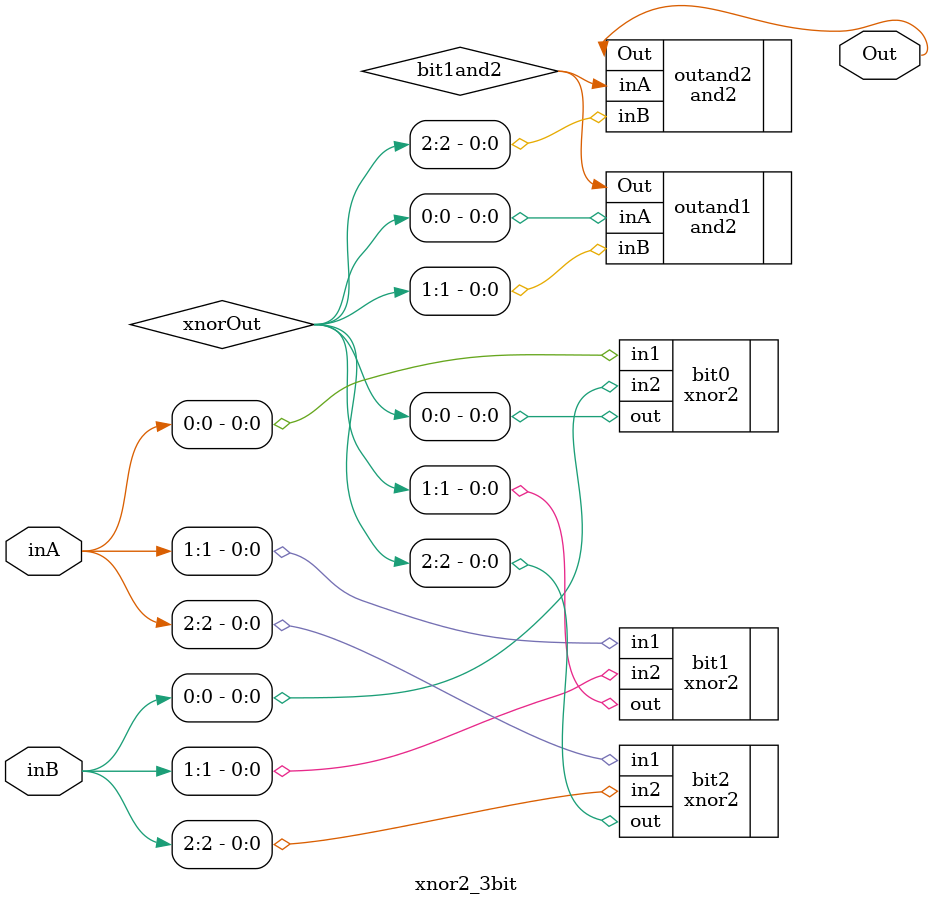
<source format=v>
module xnor2_3bit(inA, inB, Out);

    input [2:0] inA;
    input [2:0] inB;
    
    output Out;

    wire [2:0] xnorOut;
    wire bit1and2;
    wire bit1and2and3;

    //bitwise xnor the two inputs
    xnor2 bit0(
        .in1        (inA[0]),
        .in2        (inB[0]),
        .out        (xnorOut[0])
    );
    xnor2 bit1(
        .in1        (inA[1]),
        .in2        (inB[1]),
        .out        (xnorOut[1])
    );
    xnor2 bit2(
        .in1        (inA[2]),
        .in2        (inB[2]),
        .out        (xnorOut[2])
    );

    //and the result so 1 is the same and 0 is different
    and2 outand1(
        .inA        (xnorOut[0]),
        .inB        (xnorOut[1]),
        .Out        (bit1and2)
    );
    and2 outand2(
        .inA        (bit1and2), 
        .inB        (xnorOut[2]), 
        .Out        (Out)
    );

endmodule

</source>
